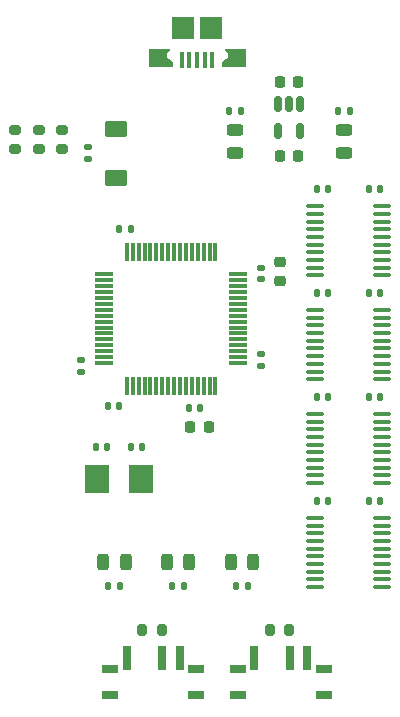
<source format=gbr>
G04 #@! TF.GenerationSoftware,KiCad,Pcbnew,7.0.7*
G04 #@! TF.CreationDate,2023-09-26T12:49:17-04:00*
G04 #@! TF.ProjectId,programmer,70726f67-7261-46d6-9d65-722e6b696361,rev?*
G04 #@! TF.SameCoordinates,Original*
G04 #@! TF.FileFunction,Paste,Top*
G04 #@! TF.FilePolarity,Positive*
%FSLAX46Y46*%
G04 Gerber Fmt 4.6, Leading zero omitted, Abs format (unit mm)*
G04 Created by KiCad (PCBNEW 7.0.7) date 2023-09-26 12:49:17*
%MOMM*%
%LPD*%
G01*
G04 APERTURE LIST*
G04 Aperture macros list*
%AMRoundRect*
0 Rectangle with rounded corners*
0 $1 Rounding radius*
0 $2 $3 $4 $5 $6 $7 $8 $9 X,Y pos of 4 corners*
0 Add a 4 corners polygon primitive as box body*
4,1,4,$2,$3,$4,$5,$6,$7,$8,$9,$2,$3,0*
0 Add four circle primitives for the rounded corners*
1,1,$1+$1,$2,$3*
1,1,$1+$1,$4,$5*
1,1,$1+$1,$6,$7*
1,1,$1+$1,$8,$9*
0 Add four rect primitives between the rounded corners*
20,1,$1+$1,$2,$3,$4,$5,0*
20,1,$1+$1,$4,$5,$6,$7,0*
20,1,$1+$1,$6,$7,$8,$9,0*
20,1,$1+$1,$8,$9,$2,$3,0*%
%AMFreePoly0*
4,1,9,1.050000,0.350000,0.550000,0.000000,0.550000,-0.400000,0.800000,-0.650000,0.800000,-0.800000,-1.050000,-0.800000,-1.050000,0.800000,1.050000,0.800000,1.050000,0.350000,1.050000,0.350000,$1*%
%AMFreePoly1*
4,1,9,1.050000,-0.800000,-0.800000,-0.800000,-0.800000,-0.650000,-0.550000,-0.400000,-0.550000,0.000000,-1.050000,0.350000,-1.050000,0.800000,1.050000,0.800000,1.050000,-0.800000,1.050000,-0.800000,$1*%
G04 Aperture macros list end*
%ADD10RoundRect,0.200000X0.275000X-0.200000X0.275000X0.200000X-0.275000X0.200000X-0.275000X-0.200000X0*%
%ADD11RoundRect,0.100000X-0.637500X-0.100000X0.637500X-0.100000X0.637500X0.100000X-0.637500X0.100000X0*%
%ADD12RoundRect,0.225000X0.225000X0.250000X-0.225000X0.250000X-0.225000X-0.250000X0.225000X-0.250000X0*%
%ADD13RoundRect,0.140000X0.140000X0.170000X-0.140000X0.170000X-0.140000X-0.170000X0.140000X-0.170000X0*%
%ADD14RoundRect,0.140000X-0.140000X-0.170000X0.140000X-0.170000X0.140000X0.170000X-0.140000X0.170000X0*%
%ADD15RoundRect,0.243750X-0.243750X-0.456250X0.243750X-0.456250X0.243750X0.456250X-0.243750X0.456250X0*%
%ADD16RoundRect,0.140000X0.170000X-0.140000X0.170000X0.140000X-0.170000X0.140000X-0.170000X-0.140000X0*%
%ADD17R,1.400000X0.800000*%
%ADD18R,0.800000X2.000000*%
%ADD19RoundRect,0.140000X-0.170000X0.140000X-0.170000X-0.140000X0.170000X-0.140000X0.170000X0.140000X0*%
%ADD20RoundRect,0.135000X-0.135000X-0.185000X0.135000X-0.185000X0.135000X0.185000X-0.135000X0.185000X0*%
%ADD21RoundRect,0.150000X-0.150000X0.512500X-0.150000X-0.512500X0.150000X-0.512500X0.150000X0.512500X0*%
%ADD22R,2.000000X2.400000*%
%ADD23RoundRect,0.243750X-0.456250X0.243750X-0.456250X-0.243750X0.456250X-0.243750X0.456250X0.243750X0*%
%ADD24RoundRect,0.200000X0.200000X0.275000X-0.200000X0.275000X-0.200000X-0.275000X0.200000X-0.275000X0*%
%ADD25R,0.400000X1.350000*%
%ADD26FreePoly0,180.000000*%
%ADD27R,1.900000X1.900000*%
%ADD28FreePoly1,180.000000*%
%ADD29RoundRect,0.225000X-0.225000X-0.250000X0.225000X-0.250000X0.225000X0.250000X-0.225000X0.250000X0*%
%ADD30RoundRect,0.075000X0.075000X-0.700000X0.075000X0.700000X-0.075000X0.700000X-0.075000X-0.700000X0*%
%ADD31RoundRect,0.075000X0.700000X-0.075000X0.700000X0.075000X-0.700000X0.075000X-0.700000X-0.075000X0*%
%ADD32RoundRect,0.135000X0.135000X0.185000X-0.135000X0.185000X-0.135000X-0.185000X0.135000X-0.185000X0*%
%ADD33RoundRect,0.135000X0.765000X-0.540000X0.765000X0.540000X-0.765000X0.540000X-0.765000X-0.540000X0*%
%ADD34RoundRect,0.225000X-0.250000X0.225000X-0.250000X-0.225000X0.250000X-0.225000X0.250000X0.225000X0*%
G04 APERTURE END LIST*
D10*
X119500000Y-84275000D03*
X119500000Y-82625000D03*
D11*
X140845000Y-106695000D03*
X140845000Y-107345000D03*
X140845000Y-107995000D03*
X140845000Y-108645000D03*
X140845000Y-109295000D03*
X140845000Y-109945000D03*
X140845000Y-110595000D03*
X140845000Y-111245000D03*
X140845000Y-111895000D03*
X140845000Y-112545000D03*
X146570000Y-112545000D03*
X146570000Y-111895000D03*
X146570000Y-111245000D03*
X146570000Y-110595000D03*
X146570000Y-109945000D03*
X146570000Y-109295000D03*
X146570000Y-108645000D03*
X146570000Y-107995000D03*
X146570000Y-107345000D03*
X146570000Y-106695000D03*
D12*
X139482500Y-84820000D03*
X137932500Y-84820000D03*
D13*
X141987500Y-87620000D03*
X141027500Y-87620000D03*
D14*
X145427500Y-114020000D03*
X146387500Y-114020000D03*
D15*
X122970000Y-119220000D03*
X124845000Y-119220000D03*
D16*
X121700000Y-85080000D03*
X121700000Y-84120000D03*
D17*
X134345000Y-128290000D03*
X134345000Y-130500000D03*
X141645000Y-128290000D03*
X141645000Y-130500000D03*
D18*
X135745000Y-127368000D03*
X138745000Y-127368000D03*
X140245000Y-127368000D03*
D19*
X136307500Y-101640000D03*
X136307500Y-102600000D03*
D20*
X133597500Y-81020000D03*
X134617500Y-81020000D03*
D21*
X139657500Y-80482500D03*
X138707500Y-80482500D03*
X137757500Y-80482500D03*
X137757500Y-82757500D03*
X139657500Y-82757500D03*
D11*
X140845000Y-97895000D03*
X140845000Y-98545000D03*
X140845000Y-99195000D03*
X140845000Y-99845000D03*
X140845000Y-100495000D03*
X140845000Y-101145000D03*
X140845000Y-101795000D03*
X140845000Y-102445000D03*
X140845000Y-103095000D03*
X140845000Y-103745000D03*
X146570000Y-103745000D03*
X146570000Y-103095000D03*
X146570000Y-102445000D03*
X146570000Y-101795000D03*
X146570000Y-101145000D03*
X146570000Y-100495000D03*
X146570000Y-99845000D03*
X146570000Y-99195000D03*
X146570000Y-98545000D03*
X146570000Y-97895000D03*
D10*
X115500000Y-84275000D03*
X115500000Y-82625000D03*
D22*
X126157500Y-112220000D03*
X122457500Y-112220000D03*
D23*
X143307500Y-82682500D03*
X143307500Y-84557500D03*
D13*
X141987500Y-105220000D03*
X141027500Y-105220000D03*
D19*
X136307500Y-94340000D03*
X136307500Y-95300000D03*
D13*
X123307500Y-109470000D03*
X122347500Y-109470000D03*
D24*
X127912500Y-125000000D03*
X126262500Y-125000000D03*
D12*
X131882500Y-107820000D03*
X130332500Y-107820000D03*
D24*
X138687500Y-125000000D03*
X137037500Y-125000000D03*
D13*
X141987500Y-114020000D03*
X141027500Y-114020000D03*
D20*
X134197500Y-121220000D03*
X135217500Y-121220000D03*
D25*
X132207500Y-76705000D03*
X131557500Y-76705000D03*
X130907500Y-76705000D03*
X130257500Y-76705000D03*
X129607500Y-76705000D03*
D26*
X134007500Y-76580000D03*
D27*
X132107500Y-74030000D03*
X129707500Y-74030000D03*
D28*
X127807500Y-76580000D03*
D23*
X134107500Y-82682500D03*
X134107500Y-84557500D03*
D15*
X133770000Y-119220000D03*
X135645000Y-119220000D03*
D20*
X128797500Y-121220000D03*
X129817500Y-121220000D03*
D29*
X137932500Y-78620000D03*
X139482500Y-78620000D03*
D10*
X117500000Y-84275000D03*
X117500000Y-82625000D03*
D15*
X128370000Y-119220000D03*
X130245000Y-119220000D03*
D14*
X124320000Y-91000000D03*
X125280000Y-91000000D03*
D17*
X123550000Y-128290000D03*
X123550000Y-130500000D03*
X130850000Y-128290000D03*
X130850000Y-130500000D03*
D18*
X124950000Y-127368000D03*
X127950000Y-127368000D03*
X129450000Y-127368000D03*
D30*
X124957500Y-104295000D03*
X125457500Y-104295000D03*
X125957500Y-104295000D03*
X126457500Y-104295000D03*
X126957500Y-104295000D03*
X127457500Y-104295000D03*
X127957500Y-104295000D03*
X128457500Y-104295000D03*
X128957500Y-104295000D03*
X129457500Y-104295000D03*
X129957500Y-104295000D03*
X130457500Y-104295000D03*
X130957500Y-104295000D03*
X131457500Y-104295000D03*
X131957500Y-104295000D03*
X132457500Y-104295000D03*
D31*
X134382500Y-102370000D03*
X134382500Y-101870000D03*
X134382500Y-101370000D03*
X134382500Y-100870000D03*
X134382500Y-100370000D03*
X134382500Y-99870000D03*
X134382500Y-99370000D03*
X134382500Y-98870000D03*
X134382500Y-98370000D03*
X134382500Y-97870000D03*
X134382500Y-97370000D03*
X134382500Y-96870000D03*
X134382500Y-96370000D03*
X134382500Y-95870000D03*
X134382500Y-95370000D03*
X134382500Y-94870000D03*
D30*
X132457500Y-92945000D03*
X131957500Y-92945000D03*
X131457500Y-92945000D03*
X130957500Y-92945000D03*
X130457500Y-92945000D03*
X129957500Y-92945000D03*
X129457500Y-92945000D03*
X128957500Y-92945000D03*
X128457500Y-92945000D03*
X127957500Y-92945000D03*
X127457500Y-92945000D03*
X126957500Y-92945000D03*
X126457500Y-92945000D03*
X125957500Y-92945000D03*
X125457500Y-92945000D03*
X124957500Y-92945000D03*
D31*
X123032500Y-94870000D03*
X123032500Y-95370000D03*
X123032500Y-95870000D03*
X123032500Y-96370000D03*
X123032500Y-96870000D03*
X123032500Y-97370000D03*
X123032500Y-97870000D03*
X123032500Y-98370000D03*
X123032500Y-98870000D03*
X123032500Y-99370000D03*
X123032500Y-99870000D03*
X123032500Y-100370000D03*
X123032500Y-100870000D03*
X123032500Y-101370000D03*
X123032500Y-101870000D03*
X123032500Y-102370000D03*
D11*
X140845000Y-115495000D03*
X140845000Y-116145000D03*
X140845000Y-116795000D03*
X140845000Y-117445000D03*
X140845000Y-118095000D03*
X140845000Y-118745000D03*
X140845000Y-119395000D03*
X140845000Y-120045000D03*
X140845000Y-120695000D03*
X140845000Y-121345000D03*
X146570000Y-121345000D03*
X146570000Y-120695000D03*
X146570000Y-120045000D03*
X146570000Y-119395000D03*
X146570000Y-118745000D03*
X146570000Y-118095000D03*
X146570000Y-117445000D03*
X146570000Y-116795000D03*
X146570000Y-116145000D03*
X146570000Y-115495000D03*
X140845000Y-89095000D03*
X140845000Y-89745000D03*
X140845000Y-90395000D03*
X140845000Y-91045000D03*
X140845000Y-91695000D03*
X140845000Y-92345000D03*
X140845000Y-92995000D03*
X140845000Y-93645000D03*
X140845000Y-94295000D03*
X140845000Y-94945000D03*
X146570000Y-94945000D03*
X146570000Y-94295000D03*
X146570000Y-93645000D03*
X146570000Y-92995000D03*
X146570000Y-92345000D03*
X146570000Y-91695000D03*
X146570000Y-91045000D03*
X146570000Y-90395000D03*
X146570000Y-89745000D03*
X146570000Y-89095000D03*
D14*
X145427500Y-96420000D03*
X146387500Y-96420000D03*
D13*
X141987500Y-96420000D03*
X141027500Y-96420000D03*
D32*
X143817500Y-81020000D03*
X142797500Y-81020000D03*
D33*
X124000000Y-82525000D03*
X124000000Y-86675000D03*
D14*
X145427500Y-105220000D03*
X146387500Y-105220000D03*
D13*
X124330000Y-106000000D03*
X123370000Y-106000000D03*
X131187500Y-106220000D03*
X130227500Y-106220000D03*
D34*
X137907500Y-93845000D03*
X137907500Y-95395000D03*
D20*
X123397500Y-121220000D03*
X124417500Y-121220000D03*
D14*
X125307500Y-109470000D03*
X126267500Y-109470000D03*
D16*
X121107500Y-103100000D03*
X121107500Y-102140000D03*
D14*
X145427500Y-87620000D03*
X146387500Y-87620000D03*
M02*

</source>
